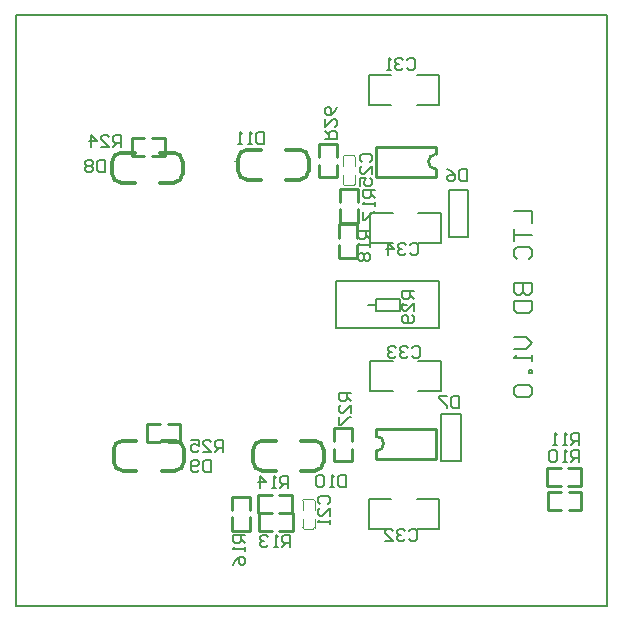
<source format=gbo>
G04*
G04 #@! TF.GenerationSoftware,Altium Limited,Altium Designer,18.1.3 (115)*
G04*
G04 Layer_Color=32896*
%FSLAX25Y25*%
%MOIN*%
G70*
G01*
G75*
%ADD10C,0.00400*%
%ADD11C,0.01200*%
%ADD13C,0.01000*%
%ADD15C,0.00800*%
%ADD18C,0.00787*%
%ADD20C,0.00394*%
%ADD140C,0.00700*%
%ADD141C,0.00512*%
D10*
X109500Y150100D02*
G03*
X109000Y149600I0J-500D01*
G01*
Y140600D02*
G03*
X109500Y140100I500J0D01*
G01*
X113000Y149600D02*
G03*
X112500Y150100I-500J0D01*
G01*
Y140100D02*
G03*
X113000Y140600I0J500D01*
G01*
X99000Y25500D02*
G03*
X99500Y26000I0J500D01*
G01*
Y35000D02*
G03*
X99000Y35500I-500J0D01*
G01*
X95500Y26000D02*
G03*
X96000Y25500I500J0D01*
G01*
Y35500D02*
G03*
X95500Y35000I0J-500D01*
G01*
X109500Y150100D02*
X112500D01*
X109500Y140100D02*
X112500D01*
X109000Y146600D02*
Y149600D01*
Y140600D02*
Y143600D01*
X113000Y140600D02*
Y143600D01*
Y146600D02*
Y149600D01*
X96000Y25500D02*
X99000D01*
X96000Y35500D02*
X99000D01*
X99500Y26000D02*
Y29000D01*
Y32000D02*
Y35000D01*
X95500Y32000D02*
Y35000D01*
Y26000D02*
Y29000D01*
D11*
X99500Y45000D02*
G03*
X102500Y48000I0J3000D01*
G01*
Y52000D02*
G03*
X99500Y55000I-3000J0D01*
G01*
X82000D02*
G03*
X79000Y52000I0J-3000D01*
G01*
Y48000D02*
G03*
X82000Y45000I3000J0D01*
G01*
X94500Y142000D02*
G03*
X97500Y145000I0J3000D01*
G01*
Y149000D02*
G03*
X94500Y152000I-3000J0D01*
G01*
X77000D02*
G03*
X74000Y149000I0J-3000D01*
G01*
Y145000D02*
G03*
X77000Y142000I3000J0D01*
G01*
X52500Y141000D02*
G03*
X55500Y144000I0J3000D01*
G01*
Y148000D02*
G03*
X52500Y151000I-3000J0D01*
G01*
X35000D02*
G03*
X32000Y148000I0J-3000D01*
G01*
Y144000D02*
G03*
X35000Y141000I3000J0D01*
G01*
X53000Y45000D02*
G03*
X56000Y48000I0J3000D01*
G01*
Y52000D02*
G03*
X53000Y55000I-3000J0D01*
G01*
X35500D02*
G03*
X32500Y52000I0J-3000D01*
G01*
Y48000D02*
G03*
X35500Y45000I3000J0D01*
G01*
X95000D02*
X99500D01*
X95000D02*
X99500D01*
X95000Y55000D02*
X99500D01*
X82000D02*
X86500D01*
X82000Y45000D02*
X86500D01*
X79000Y48000D02*
Y52000D01*
X102500Y48000D02*
Y52000D01*
X90000Y142000D02*
X94500D01*
X90000D02*
X94500D01*
X90000Y152000D02*
X94500D01*
X77000D02*
X81500D01*
X77000Y142000D02*
X81500D01*
X74000Y145000D02*
Y149000D01*
X97500Y145000D02*
Y149000D01*
X48000Y141000D02*
X52500D01*
X48000D02*
X52500D01*
X48000Y151000D02*
X52500D01*
X35000D02*
X39500D01*
X35000Y141000D02*
X39500D01*
X32000Y144000D02*
Y148000D01*
X55500Y144000D02*
Y148000D01*
X48500Y45000D02*
X53000D01*
X48500D02*
X53000D01*
X48500Y55000D02*
X53000D01*
X35500D02*
X40000D01*
X35500Y45000D02*
X40000D01*
X32500Y48000D02*
Y52000D01*
X56000Y48000D02*
Y52000D01*
D13*
X120000Y51500D02*
G03*
X120000Y56500I0J2500D01*
G01*
X140000Y150500D02*
G03*
X140000Y145500I0J-2500D01*
G01*
X43500Y54500D02*
Y60500D01*
X54700Y54500D02*
Y60500D01*
X43500Y54500D02*
X48000D01*
X43500Y60500D02*
X48000D01*
X50500Y54500D02*
X54700D01*
X50500Y60500D02*
X54700D01*
X106000Y59299D02*
X112000D01*
X106000Y48099D02*
X112000D01*
X106000Y54799D02*
Y59299D01*
X112000Y54799D02*
Y59299D01*
X106000Y48099D02*
Y52299D01*
X112000Y48099D02*
Y52299D01*
X107599Y127200D02*
X113599D01*
X107599Y116000D02*
X113599D01*
X107599Y122700D02*
Y127200D01*
X113599Y122700D02*
Y127200D01*
X107599Y116000D02*
Y120200D01*
X113599Y116000D02*
Y120200D01*
X108000Y127701D02*
X114000D01*
X108000Y138901D02*
X114000D01*
Y127701D02*
Y132201D01*
X108000Y127701D02*
Y132201D01*
X114000Y134701D02*
Y138901D01*
X108000Y134701D02*
Y138901D01*
X101000Y154000D02*
X107000D01*
X101000Y142800D02*
X107000D01*
X101000Y149500D02*
Y154000D01*
X107000Y149500D02*
Y154000D01*
X101000Y142800D02*
Y147000D01*
X107000Y142800D02*
Y147000D01*
X49799Y150000D02*
Y156000D01*
X38599Y150000D02*
Y156000D01*
X45299D02*
X49799D01*
X45299Y150000D02*
X49799D01*
X38599Y156000D02*
X42799D01*
X38599Y150000D02*
X42799D01*
X92201Y24799D02*
Y30799D01*
X81001Y24799D02*
Y30799D01*
X87701D02*
X92201D01*
X87701Y24799D02*
X92201D01*
X81001Y30799D02*
X85201D01*
X81001Y24799D02*
X85201D01*
X80701Y30799D02*
Y36799D01*
X91901Y30799D02*
Y36799D01*
X80701Y30799D02*
X85201D01*
X80701Y36799D02*
X85201D01*
X87701Y30799D02*
X91901D01*
X87701Y36799D02*
X91901D01*
X72000Y25000D02*
X78000D01*
X72000Y36200D02*
X78000D01*
Y25000D02*
Y29500D01*
X72000Y25000D02*
Y29500D01*
X78000Y32000D02*
Y36200D01*
X72000Y32000D02*
Y36200D01*
X177201Y32000D02*
Y38000D01*
X188401Y32000D02*
Y38000D01*
X177201Y32000D02*
X181701D01*
X177201Y38000D02*
X181701D01*
X184201Y32000D02*
X188401D01*
X184201Y38000D02*
X188401D01*
X177000Y40000D02*
Y46000D01*
X188200Y40000D02*
Y46000D01*
X177000Y40000D02*
X181500D01*
X177000Y46000D02*
X181500D01*
X184000Y40000D02*
X188200D01*
X184000Y46000D02*
X188200D01*
X120000Y56500D02*
Y59000D01*
Y49000D02*
Y51500D01*
Y49000D02*
X140000D01*
Y59000D01*
X120000D02*
X140000D01*
Y143000D02*
Y145500D01*
Y150500D02*
Y153000D01*
X120000D02*
X140000D01*
X120000Y143000D02*
Y153000D01*
Y143000D02*
X140000D01*
D15*
X165902Y131500D02*
X171900D01*
Y127501D01*
X165902Y125502D02*
Y121503D01*
Y123503D01*
X171900D01*
X166902Y115505D02*
X165902Y116505D01*
Y118504D01*
X166902Y119504D01*
X170900D01*
X171900Y118504D01*
Y116505D01*
X170900Y115505D01*
X165902Y107508D02*
X171900D01*
Y104509D01*
X170900Y103509D01*
X169901D01*
X168901Y104509D01*
Y107508D01*
Y104509D01*
X167901Y103509D01*
X166902D01*
X165902Y104509D01*
Y107508D01*
Y101510D02*
X171900D01*
Y98511D01*
X170900Y97511D01*
X166902D01*
X165902Y98511D01*
Y101510D01*
Y89514D02*
X169901D01*
X171900Y87514D01*
X169901Y85515D01*
X165902D01*
X171900Y83516D02*
Y81516D01*
Y82516D01*
X165902D01*
X166902Y83516D01*
X171900Y78517D02*
X170900D01*
Y77517D01*
X171900D01*
Y78517D01*
X166902Y73519D02*
X165902Y72519D01*
Y70520D01*
X166902Y69520D01*
X170900D01*
X171900Y70520D01*
Y72519D01*
X170900Y73519D01*
X166902D01*
X132500Y105000D02*
X128501D01*
Y103001D01*
X129168Y102334D01*
X130501D01*
X131167Y103001D01*
Y105000D01*
Y103667D02*
X132500Y102334D01*
Y98335D02*
Y101001D01*
X129834Y98335D01*
X129168D01*
X128501Y99002D01*
Y100335D01*
X129168Y101001D01*
X131834Y97003D02*
X132500Y96336D01*
Y95003D01*
X131834Y94337D01*
X129168D01*
X128501Y95003D01*
Y96336D01*
X129168Y97003D01*
X129834D01*
X130501Y96336D01*
Y94337D01*
X111500Y71000D02*
X107501D01*
Y69001D01*
X108168Y68334D01*
X109501D01*
X110167Y69001D01*
Y71000D01*
Y69667D02*
X111500Y68334D01*
Y64336D02*
Y67001D01*
X108834Y64336D01*
X108168D01*
X107501Y65002D01*
Y66335D01*
X108168Y67001D01*
X107501Y63003D02*
Y60337D01*
X108168D01*
X110834Y63003D01*
X111500D01*
X103000Y155500D02*
X106999D01*
Y157499D01*
X106332Y158166D01*
X104999D01*
X104333Y157499D01*
Y155500D01*
Y156833D02*
X103000Y158166D01*
Y162164D02*
Y159499D01*
X105666Y162164D01*
X106332D01*
X106999Y161498D01*
Y160165D01*
X106332Y159499D01*
X106999Y166163D02*
X106332Y164830D01*
X104999Y163497D01*
X103666D01*
X103000Y164164D01*
Y165497D01*
X103666Y166163D01*
X104333D01*
X104999Y165497D01*
Y163497D01*
X69000Y51300D02*
Y55299D01*
X67001D01*
X66334Y54632D01*
Y53299D01*
X67001Y52633D01*
X69000D01*
X67667D02*
X66334Y51300D01*
X62335D02*
X65001D01*
X62335Y53966D01*
Y54632D01*
X63002Y55299D01*
X64335D01*
X65001Y54632D01*
X58337Y55299D02*
X61003D01*
Y53299D01*
X59670Y53966D01*
X59003D01*
X58337Y53299D01*
Y51966D01*
X59003Y51300D01*
X60336D01*
X61003Y51966D01*
X35000Y153000D02*
Y156999D01*
X33001D01*
X32334Y156332D01*
Y154999D01*
X33001Y154333D01*
X35000D01*
X33667D02*
X32334Y153000D01*
X28335D02*
X31001D01*
X28335Y155666D01*
Y156332D01*
X29002Y156999D01*
X30335D01*
X31001Y156332D01*
X25003Y153000D02*
Y156999D01*
X27003Y154999D01*
X24337D01*
X118099Y124901D02*
X114101D01*
Y122901D01*
X114767Y122235D01*
X116100D01*
X116766Y122901D01*
Y124901D01*
Y123568D02*
X118099Y122235D01*
Y120902D02*
Y119569D01*
Y120236D01*
X114101D01*
X114767Y120902D01*
Y117570D02*
X114101Y116903D01*
Y115570D01*
X114767Y114904D01*
X115433D01*
X116100Y115570D01*
X116766Y114904D01*
X117433D01*
X118099Y115570D01*
Y116903D01*
X117433Y117570D01*
X116766D01*
X116100Y116903D01*
X115433Y117570D01*
X114767D01*
X116100Y116903D02*
Y115570D01*
X119500Y138500D02*
X115501D01*
Y136501D01*
X116168Y135834D01*
X117501D01*
X118167Y136501D01*
Y138500D01*
Y137167D02*
X119500Y135834D01*
Y134501D02*
Y133168D01*
Y133835D01*
X115501D01*
X116168Y134501D01*
X115501Y131169D02*
Y128503D01*
X116168D01*
X118833Y131169D01*
X119500D01*
X76300Y23400D02*
X72301D01*
Y21401D01*
X72968Y20734D01*
X74301D01*
X74967Y21401D01*
Y23400D01*
Y22067D02*
X76300Y20734D01*
Y19401D02*
Y18068D01*
Y18735D01*
X72301D01*
X72968Y19401D01*
X72301Y13403D02*
X72968Y14736D01*
X74301Y16069D01*
X75634D01*
X76300Y15403D01*
Y14070D01*
X75634Y13403D01*
X74967D01*
X74301Y14070D01*
Y16069D01*
X90700Y39300D02*
Y43299D01*
X88701D01*
X88034Y42632D01*
Y41299D01*
X88701Y40633D01*
X90700D01*
X89367D02*
X88034Y39300D01*
X86701D02*
X85368D01*
X86035D01*
Y43299D01*
X86701Y42632D01*
X81370Y39300D02*
Y43299D01*
X83369Y41299D01*
X80703D01*
X91200Y19400D02*
Y23399D01*
X89201D01*
X88534Y22732D01*
Y21399D01*
X89201Y20733D01*
X91200D01*
X89867D02*
X88534Y19400D01*
X87201D02*
X85868D01*
X86535D01*
Y23399D01*
X87201Y22732D01*
X83869D02*
X83203Y23399D01*
X81870D01*
X81203Y22732D01*
Y22066D01*
X81870Y21399D01*
X82536D01*
X81870D01*
X81203Y20733D01*
Y20066D01*
X81870Y19400D01*
X83203D01*
X83869Y20066D01*
X187500Y53500D02*
Y57499D01*
X185501D01*
X184834Y56832D01*
Y55499D01*
X185501Y54833D01*
X187500D01*
X186167D02*
X184834Y53500D01*
X183501D02*
X182168D01*
X182835D01*
Y57499D01*
X183501Y56832D01*
X180169Y53500D02*
X178836D01*
X179503D01*
Y57499D01*
X180169Y56832D01*
X187500Y48000D02*
Y51999D01*
X185501D01*
X184834Y51332D01*
Y49999D01*
X185501Y49333D01*
X187500D01*
X186167D02*
X184834Y48000D01*
X183501D02*
X182168D01*
X182835D01*
Y51999D01*
X183501Y51332D01*
X180169D02*
X179503Y51999D01*
X178170D01*
X177503Y51332D01*
Y48666D01*
X178170Y48000D01*
X179503D01*
X180169Y48666D01*
Y51332D01*
X82500Y157999D02*
Y154000D01*
X80501D01*
X79834Y154666D01*
Y157332D01*
X80501Y157999D01*
X82500D01*
X78501Y154000D02*
X77168D01*
X77835D01*
Y157999D01*
X78501Y157332D01*
X75169Y154000D02*
X73836D01*
X74503D01*
Y157999D01*
X75169Y157332D01*
X109900Y43399D02*
Y39400D01*
X107901D01*
X107234Y40066D01*
Y42732D01*
X107901Y43399D01*
X109900D01*
X105901Y39400D02*
X104568D01*
X105235D01*
Y43399D01*
X105901Y42732D01*
X102569D02*
X101903Y43399D01*
X100570D01*
X99903Y42732D01*
Y40066D01*
X100570Y39400D01*
X101903D01*
X102569Y40066D01*
Y42732D01*
X65100Y48499D02*
Y44500D01*
X63101D01*
X62434Y45166D01*
Y47832D01*
X63101Y48499D01*
X65100D01*
X61101Y45166D02*
X60435Y44500D01*
X59102D01*
X58435Y45166D01*
Y47832D01*
X59102Y48499D01*
X60435D01*
X61101Y47832D01*
Y47166D01*
X60435Y46499D01*
X58435D01*
X29500Y148499D02*
Y144500D01*
X27501D01*
X26834Y145167D01*
Y147832D01*
X27501Y148499D01*
X29500D01*
X25501Y147832D02*
X24835Y148499D01*
X23502D01*
X22836Y147832D01*
Y147166D01*
X23502Y146499D01*
X22836Y145833D01*
Y145167D01*
X23502Y144500D01*
X24835D01*
X25501Y145167D01*
Y145833D01*
X24835Y146499D01*
X25501Y147166D01*
Y147832D01*
X24835Y146499D02*
X23502D01*
X147500Y69999D02*
Y66000D01*
X145501D01*
X144834Y66666D01*
Y69332D01*
X145501Y69999D01*
X147500D01*
X143501D02*
X140835D01*
Y69332D01*
X143501Y66666D01*
Y66000D01*
X150300Y145699D02*
Y141700D01*
X148301D01*
X147634Y142367D01*
Y145032D01*
X148301Y145699D01*
X150300D01*
X143635D02*
X144968Y145032D01*
X146301Y143699D01*
Y142367D01*
X145635Y141700D01*
X144302D01*
X143635Y142367D01*
Y143033D01*
X144302Y143699D01*
X146301D01*
X131334Y120332D02*
X132001Y120999D01*
X133334D01*
X134000Y120332D01*
Y117666D01*
X133334Y117000D01*
X132001D01*
X131334Y117666D01*
X130001Y120332D02*
X129335Y120999D01*
X128002D01*
X127336Y120332D01*
Y119666D01*
X128002Y118999D01*
X128668D01*
X128002D01*
X127336Y118333D01*
Y117666D01*
X128002Y117000D01*
X129335D01*
X130001Y117666D01*
X124003Y117000D02*
Y120999D01*
X126003Y118999D01*
X123337D01*
X131834Y85832D02*
X132501Y86499D01*
X133834D01*
X134500Y85832D01*
Y83166D01*
X133834Y82500D01*
X132501D01*
X131834Y83166D01*
X130501Y85832D02*
X129835Y86499D01*
X128502D01*
X127836Y85832D01*
Y85166D01*
X128502Y84499D01*
X129168D01*
X128502D01*
X127836Y83833D01*
Y83166D01*
X128502Y82500D01*
X129835D01*
X130501Y83166D01*
X126503Y85832D02*
X125836Y86499D01*
X124503D01*
X123837Y85832D01*
Y85166D01*
X124503Y84499D01*
X125170D01*
X124503D01*
X123837Y83833D01*
Y83166D01*
X124503Y82500D01*
X125836D01*
X126503Y83166D01*
X130834Y24832D02*
X131501Y25499D01*
X132834D01*
X133500Y24832D01*
Y22166D01*
X132834Y21500D01*
X131501D01*
X130834Y22166D01*
X129501Y24832D02*
X128835Y25499D01*
X127502D01*
X126836Y24832D01*
Y24166D01*
X127502Y23499D01*
X128168D01*
X127502D01*
X126836Y22833D01*
Y22166D01*
X127502Y21500D01*
X128835D01*
X129501Y22166D01*
X122837Y21500D02*
X125503D01*
X122837Y24166D01*
Y24832D01*
X123503Y25499D01*
X124836D01*
X125503Y24832D01*
X130334Y181832D02*
X131001Y182499D01*
X132334D01*
X133000Y181832D01*
Y179166D01*
X132334Y178500D01*
X131001D01*
X130334Y179166D01*
X129001Y181832D02*
X128335Y182499D01*
X127002D01*
X126336Y181832D01*
Y181166D01*
X127002Y180499D01*
X127668D01*
X127002D01*
X126336Y179833D01*
Y179166D01*
X127002Y178500D01*
X128335D01*
X129001Y179166D01*
X125003Y178500D02*
X123670D01*
X124336D01*
Y182499D01*
X125003Y181832D01*
X115268Y147834D02*
X114601Y148501D01*
Y149834D01*
X115268Y150500D01*
X117933D01*
X118600Y149834D01*
Y148501D01*
X117933Y147834D01*
X118600Y143835D02*
Y146501D01*
X115934Y143835D01*
X115268D01*
X114601Y144502D01*
Y145835D01*
X115268Y146501D01*
X114601Y139837D02*
Y142503D01*
X116601D01*
X115934Y141170D01*
Y140503D01*
X116601Y139837D01*
X117933D01*
X118600Y140503D01*
Y141836D01*
X117933Y142503D01*
X101168Y33834D02*
X100501Y34501D01*
Y35834D01*
X101168Y36500D01*
X103833D01*
X104500Y35834D01*
Y34501D01*
X103833Y33834D01*
X104500Y29836D02*
Y32501D01*
X101834Y29836D01*
X101168D01*
X100501Y30502D01*
Y31835D01*
X101168Y32501D01*
X104500Y28503D02*
Y27170D01*
Y27836D01*
X100501D01*
X101168Y28503D01*
X196850Y-100D02*
Y196750D01*
X0Y-100D02*
X196850Y-100D01*
X0D02*
Y196750D01*
Y196750D02*
X196850Y196750D01*
D18*
X106572Y92626D02*
X140928D01*
X106572D02*
Y108374D01*
X140928D01*
Y92626D02*
Y108374D01*
X118000Y71500D02*
Y81500D01*
X141500Y71500D02*
Y81500D01*
X118000D02*
X125500D01*
X118000Y71500D02*
X125500D01*
X134000D02*
X141500D01*
X134000Y81500D02*
X141500D01*
X141000Y167000D02*
Y177000D01*
X117500Y167000D02*
Y177000D01*
X133500Y167000D02*
X141000D01*
X133500Y177000D02*
X141000D01*
X117500D02*
X125000D01*
X117500Y167000D02*
X125000D01*
X141500Y121000D02*
Y131000D01*
X118000Y121000D02*
Y131000D01*
X134000Y121000D02*
X141500D01*
X134000Y131000D02*
X141500D01*
X118000D02*
X125500D01*
X118000Y121000D02*
X125500D01*
X117500Y25500D02*
Y35500D01*
X141000Y25500D02*
Y35500D01*
X117500D02*
X125000D01*
X117500Y25500D02*
X125000D01*
X133500D02*
X141000D01*
X133500Y35500D02*
X141000D01*
D20*
X73400Y147313D02*
Y148887D01*
X72613Y148100D02*
X74187D01*
D140*
X141772Y64004D02*
X148268D01*
X141772Y48295D02*
Y64004D01*
X148268Y48295D02*
Y64004D01*
X141772Y48295D02*
X148268D01*
X144260Y138509D02*
X150756D01*
X144260Y122800D02*
Y138509D01*
X150756Y122800D02*
Y138509D01*
X144260Y122800D02*
X150756D01*
D141*
X117393Y100239D02*
X119952D01*
Y102110D02*
X127826D01*
X119952Y98369D02*
X127826D01*
Y102110D01*
X119952Y98369D02*
Y102110D01*
X127826Y100239D02*
X130385D01*
M02*

</source>
